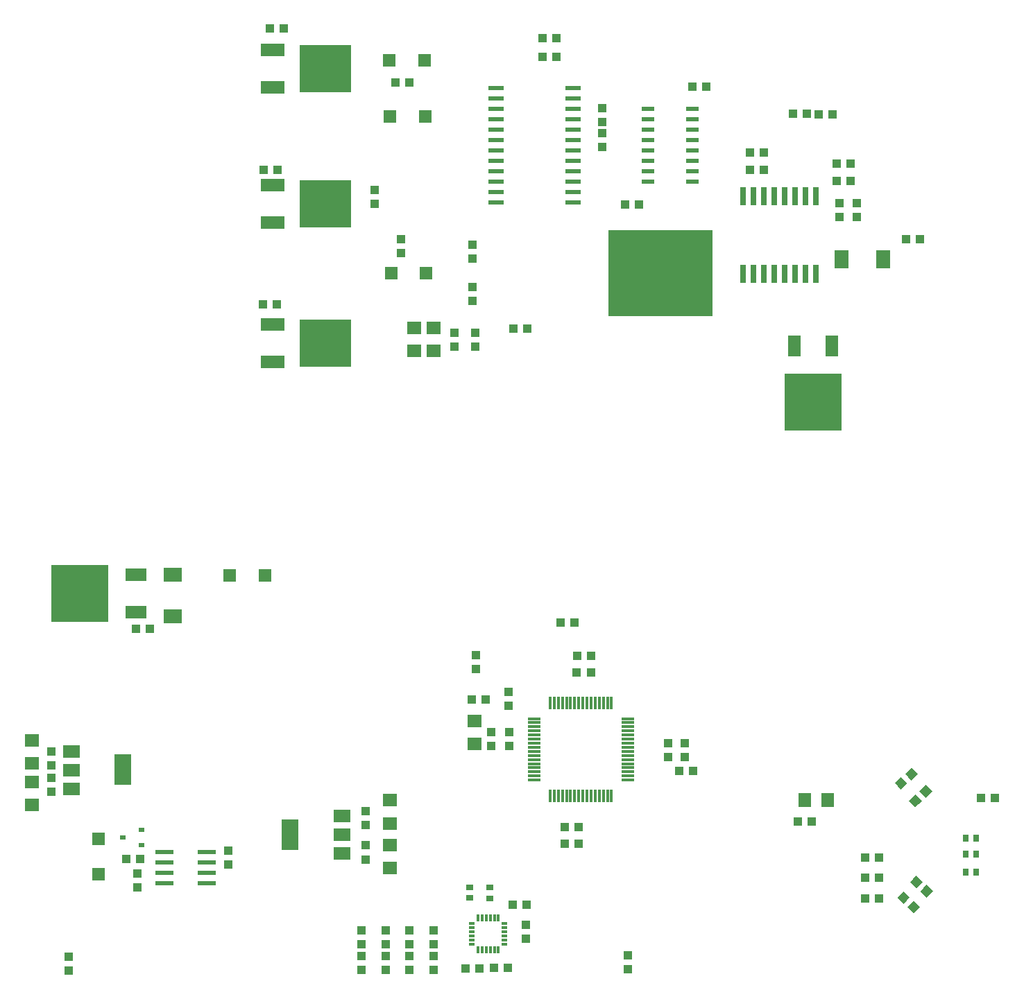
<source format=gtp>
G75*
G70*
%OFA0B0*%
%FSLAX24Y24*%
%IPPOS*%
%LPD*%
%AMOC8*
5,1,8,0,0,1.08239X$1,22.5*
%
%ADD10R,0.0118X0.0591*%
%ADD11R,0.0591X0.0118*%
%ADD12R,0.0433X0.0394*%
%ADD13R,0.0433X0.0433*%
%ADD14R,0.0790X0.0590*%
%ADD15R,0.0790X0.1500*%
%ADD16R,0.0709X0.0630*%
%ADD17R,0.0138X0.0335*%
%ADD18R,0.0315X0.0138*%
%ADD19R,0.0354X0.0276*%
%ADD20R,0.0433X0.0433*%
%ADD21R,0.0630X0.0709*%
%ADD22R,0.0276X0.0354*%
%ADD23R,0.0866X0.0236*%
%ADD24R,0.0256X0.0236*%
%ADD25R,0.0642X0.0598*%
%ADD26R,0.2760X0.2760*%
%ADD27R,0.0990X0.0590*%
%ADD28R,0.0906X0.0689*%
%ADD29R,0.0598X0.0642*%
%ADD30R,0.0256X0.0886*%
%ADD31R,0.0780X0.0210*%
%ADD32R,0.0610X0.0236*%
%ADD33R,0.5000X0.4150*%
%ADD34R,0.1181X0.0630*%
%ADD35R,0.2470X0.2280*%
%ADD36R,0.0689X0.0906*%
%ADD37R,0.0590X0.0990*%
D10*
X032435Y009988D03*
X032632Y009988D03*
X032828Y009988D03*
X033025Y009988D03*
X033222Y009988D03*
X033419Y009988D03*
X033616Y009988D03*
X033813Y009988D03*
X034010Y009988D03*
X034206Y009988D03*
X034403Y009988D03*
X034600Y009988D03*
X034797Y009988D03*
X034994Y009988D03*
X035191Y009988D03*
X035387Y009988D03*
X035387Y014476D03*
X035191Y014476D03*
X034994Y014476D03*
X034797Y014476D03*
X034600Y014476D03*
X034403Y014476D03*
X034206Y014476D03*
X034010Y014476D03*
X033813Y014476D03*
X033616Y014476D03*
X033419Y014476D03*
X033222Y014476D03*
X033025Y014476D03*
X032828Y014476D03*
X032632Y014476D03*
X032435Y014476D03*
D11*
X031667Y013709D03*
X031667Y013512D03*
X031667Y013315D03*
X031667Y013118D03*
X031667Y012921D03*
X031667Y012724D03*
X031667Y012527D03*
X031667Y012331D03*
X031667Y012134D03*
X031667Y011937D03*
X031667Y011740D03*
X031667Y011543D03*
X031667Y011346D03*
X031667Y011149D03*
X031667Y010953D03*
X031667Y010756D03*
X036155Y010756D03*
X036155Y010953D03*
X036155Y011149D03*
X036155Y011346D03*
X036155Y011543D03*
X036155Y011740D03*
X036155Y011937D03*
X036155Y012134D03*
X036155Y012331D03*
X036155Y012527D03*
X036155Y012724D03*
X036155Y012921D03*
X036155Y013118D03*
X036155Y013315D03*
X036155Y013512D03*
X036155Y013709D03*
D12*
X038626Y011182D03*
X039296Y011182D03*
D13*
X009296Y001587D03*
X009296Y002257D03*
X012621Y005597D03*
X012621Y006267D03*
X012731Y006967D03*
X012061Y006967D03*
X008466Y010182D03*
X008466Y010852D03*
X008471Y011472D03*
X008471Y012142D03*
X012546Y018017D03*
X013216Y018017D03*
X023586Y009262D03*
X023586Y008592D03*
X023586Y007612D03*
X023586Y006942D03*
X023356Y003542D03*
X023356Y002872D03*
X023356Y002292D03*
X023356Y001622D03*
X024526Y001622D03*
X024526Y002292D03*
X024526Y002872D03*
X024526Y003542D03*
X025676Y003542D03*
X025676Y002872D03*
X025676Y002292D03*
X025676Y001622D03*
X026836Y001622D03*
X026836Y002292D03*
X026836Y002872D03*
X026836Y003542D03*
X028381Y001702D03*
X029051Y001702D03*
X029751Y001712D03*
X030421Y001712D03*
X031261Y003127D03*
X031261Y003797D03*
X031296Y004762D03*
X030626Y004762D03*
X033136Y007682D03*
X033806Y007682D03*
X033806Y008477D03*
X033136Y008477D03*
X030461Y012397D03*
X030461Y013067D03*
X029611Y013067D03*
X029611Y012397D03*
X030426Y014312D03*
X030426Y014982D03*
X029346Y014632D03*
X028676Y014632D03*
X028866Y016097D03*
X028866Y016767D03*
X032926Y018312D03*
X033596Y018312D03*
X033726Y016732D03*
X034396Y016732D03*
X034391Y015917D03*
X033721Y015917D03*
X038111Y012517D03*
X038111Y011847D03*
X038911Y011847D03*
X038911Y012517D03*
X044336Y008752D03*
X045006Y008752D03*
X047581Y007017D03*
X048251Y007017D03*
X048246Y006062D03*
X047576Y006062D03*
X047576Y005062D03*
X048246Y005062D03*
X053151Y009902D03*
X053821Y009902D03*
X036156Y002322D03*
X036156Y001652D03*
X016976Y006697D03*
X016976Y007367D03*
X027850Y031595D03*
X027850Y032265D03*
X028850Y032265D03*
X028850Y031596D03*
X030671Y032465D03*
X031340Y032465D03*
X028705Y033780D03*
X028705Y034450D03*
X028705Y035830D03*
X028705Y036500D03*
X025260Y036760D03*
X025260Y036090D03*
X024000Y038470D03*
X024000Y039140D03*
X019335Y040105D03*
X018666Y040105D03*
X018966Y046905D03*
X019635Y046905D03*
X025016Y044305D03*
X025685Y044305D03*
X032066Y045520D03*
X032735Y045520D03*
X032735Y046420D03*
X032066Y046420D03*
X034925Y043050D03*
X034925Y042380D03*
X034925Y041850D03*
X034925Y041180D03*
X036041Y038440D03*
X036710Y038440D03*
X042041Y040080D03*
X042046Y040910D03*
X042715Y040910D03*
X042710Y040080D03*
X044096Y042780D03*
X044765Y042780D03*
X045326Y042770D03*
X045995Y042770D03*
X046191Y040400D03*
X046860Y040400D03*
X046860Y039550D03*
X046191Y039550D03*
X046325Y038480D03*
X046325Y037810D03*
X047165Y037810D03*
X047165Y038480D03*
X049530Y036747D03*
X050199Y036747D03*
X039945Y044095D03*
X039276Y044095D03*
X019305Y033610D03*
X018636Y033610D03*
D14*
X009431Y012137D03*
X009431Y011237D03*
X009431Y010337D03*
X022426Y009037D03*
X022426Y008137D03*
X022426Y007237D03*
D15*
X019946Y008127D03*
X011911Y011247D03*
D16*
X007531Y011566D03*
X007531Y012668D03*
X007536Y010658D03*
X007536Y009556D03*
X024736Y009778D03*
X024736Y008676D03*
X024736Y007628D03*
X024736Y006526D03*
X028811Y012481D03*
X028811Y013583D03*
X026850Y031379D03*
X025900Y031379D03*
X025900Y032481D03*
X026850Y032481D03*
D17*
X028969Y004140D03*
X029166Y004140D03*
X029363Y004140D03*
X029560Y004140D03*
X029756Y004140D03*
X029953Y004140D03*
X029953Y002585D03*
X029756Y002585D03*
X029560Y002585D03*
X029363Y002585D03*
X029166Y002585D03*
X028969Y002585D03*
D18*
X028674Y002870D03*
X028674Y003067D03*
X028674Y003264D03*
X028674Y003461D03*
X028674Y003657D03*
X028674Y003854D03*
X030249Y003854D03*
X030249Y003657D03*
X030249Y003461D03*
X030249Y003264D03*
X030249Y003067D03*
X030249Y002870D03*
D19*
X029531Y005071D03*
X029531Y005583D03*
X028556Y005593D03*
X028556Y005081D03*
D20*
G36*
X049392Y005406D02*
X049712Y005116D01*
X049422Y004796D01*
X049102Y005086D01*
X049392Y005406D01*
G37*
G36*
X050017Y006161D02*
X050337Y005871D01*
X050047Y005551D01*
X049727Y005841D01*
X050017Y006161D01*
G37*
G36*
X050515Y005713D02*
X050835Y005423D01*
X050545Y005103D01*
X050225Y005393D01*
X050515Y005713D01*
G37*
G36*
X049890Y004958D02*
X050210Y004668D01*
X049920Y004348D01*
X049600Y004638D01*
X049890Y004958D01*
G37*
G36*
X049682Y009773D02*
X050002Y010063D01*
X050292Y009743D01*
X049972Y009453D01*
X049682Y009773D01*
G37*
G36*
X049602Y010583D02*
X049282Y010293D01*
X048992Y010613D01*
X049312Y010903D01*
X049602Y010583D01*
G37*
G36*
X050100Y011031D02*
X049780Y010741D01*
X049490Y011061D01*
X049810Y011351D01*
X050100Y011031D01*
G37*
G36*
X050180Y010221D02*
X050500Y010511D01*
X050790Y010191D01*
X050470Y009901D01*
X050180Y010221D01*
G37*
D21*
X045767Y009802D03*
X044665Y009802D03*
D22*
X052405Y007947D03*
X052917Y007947D03*
X052917Y007177D03*
X052405Y007177D03*
X052405Y006322D03*
X052917Y006322D03*
D23*
X015945Y006282D03*
X015945Y005782D03*
X015945Y006782D03*
X015945Y007282D03*
X013897Y007282D03*
X013897Y006782D03*
X013897Y006282D03*
X013897Y005782D03*
D24*
X012794Y007618D03*
X012794Y008366D03*
X011908Y007992D03*
D25*
X010741Y007914D03*
X010741Y006221D03*
D26*
X009831Y019737D03*
X045078Y028922D03*
D27*
X012551Y020637D03*
X012551Y018837D03*
D28*
X014296Y018642D03*
X014296Y020642D03*
D29*
X017030Y020577D03*
X018723Y020577D03*
X024794Y035110D03*
X026487Y035110D03*
X026447Y042645D03*
X024754Y042645D03*
X024719Y045355D03*
X026412Y045355D03*
D30*
X041710Y038825D03*
X042210Y038825D03*
X042710Y038825D03*
X043210Y038825D03*
X043710Y038825D03*
X044210Y038825D03*
X044710Y038825D03*
X045210Y038825D03*
X045210Y035085D03*
X044710Y035085D03*
X044210Y035085D03*
X043710Y035085D03*
X043210Y035085D03*
X042710Y035085D03*
X042210Y035085D03*
X041710Y035085D03*
D31*
X033535Y038515D03*
X033535Y039015D03*
X033535Y039515D03*
X033535Y040015D03*
X033535Y040515D03*
X033535Y041015D03*
X033535Y041515D03*
X033535Y042015D03*
X033535Y042515D03*
X033535Y043015D03*
X033535Y043515D03*
X033535Y044015D03*
X029845Y044015D03*
X029845Y043515D03*
X029845Y043015D03*
X029845Y042515D03*
X029845Y042015D03*
X029845Y041515D03*
X029845Y041015D03*
X029845Y040515D03*
X029845Y040015D03*
X029845Y039515D03*
X029845Y039015D03*
X029845Y038515D03*
D32*
X037147Y039530D03*
X037147Y040030D03*
X037147Y040530D03*
X037147Y041030D03*
X037147Y041530D03*
X037147Y042030D03*
X037147Y042530D03*
X037147Y043030D03*
X039273Y043030D03*
X039273Y042530D03*
X039273Y042030D03*
X039273Y041530D03*
X039273Y041030D03*
X039273Y040530D03*
X039273Y040030D03*
X039273Y039530D03*
D33*
X037730Y035140D03*
D34*
X019090Y037555D03*
X019090Y039355D03*
X019090Y044055D03*
X019090Y045855D03*
X019090Y032655D03*
X019090Y030855D03*
D35*
X021625Y031755D03*
X021625Y038455D03*
X021625Y044955D03*
D36*
X046429Y035792D03*
X048429Y035792D03*
D37*
X045978Y031642D03*
X044178Y031642D03*
M02*

</source>
